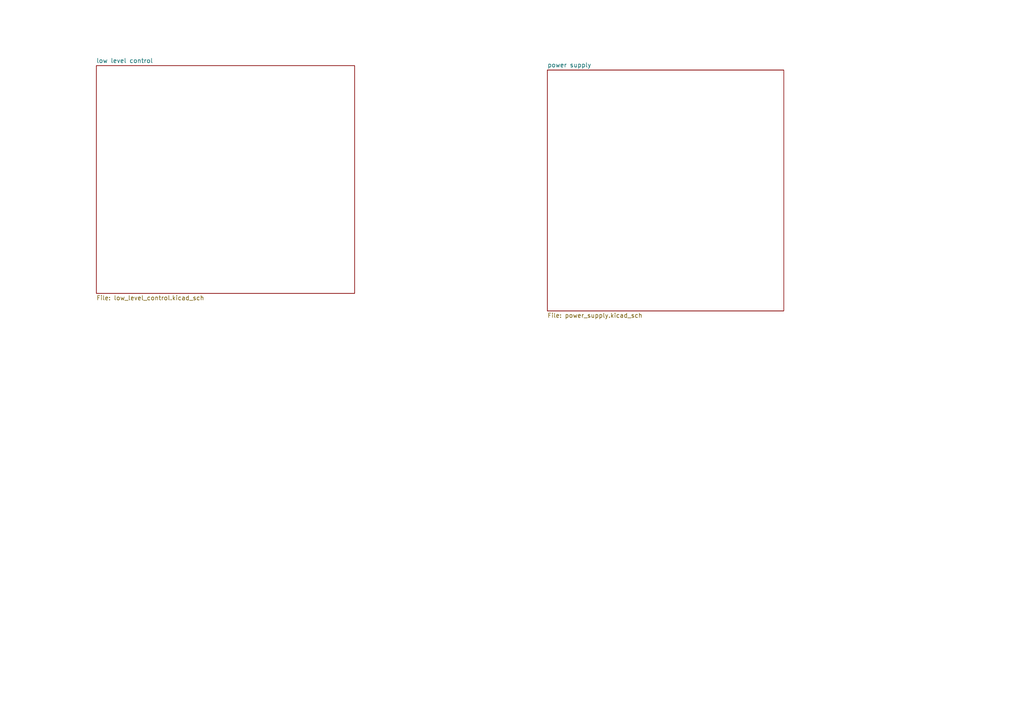
<source format=kicad_sch>
(kicad_sch (version 20230121) (generator eeschema)
  (paper "A4")
  (lib_symbols)
  (sheet (at 158.75 20.32) (size 68.58 69.85) (stroke (width 0.1524))
    (property "Sheetname" "power supply" (at 158.75 19.6084 0) (effects (justify left bottom)))
    (property "Sheetfile" "power_supply.kicad_sch" (at 158.75 90.7546 0) (effects (justify left top)))
  )
  (sheet (at 27.94 19.05) (size 74.93 66.04) (stroke (width 0.1524))
    (property "Sheetname" "low level control" (at 27.94 18.3384 0) (effects (justify left bottom)))
    (property "Sheetfile" "low_level_control.kicad_sch" (at 27.94 85.6746 0) (effects (justify left top)))
  )
)
</source>
